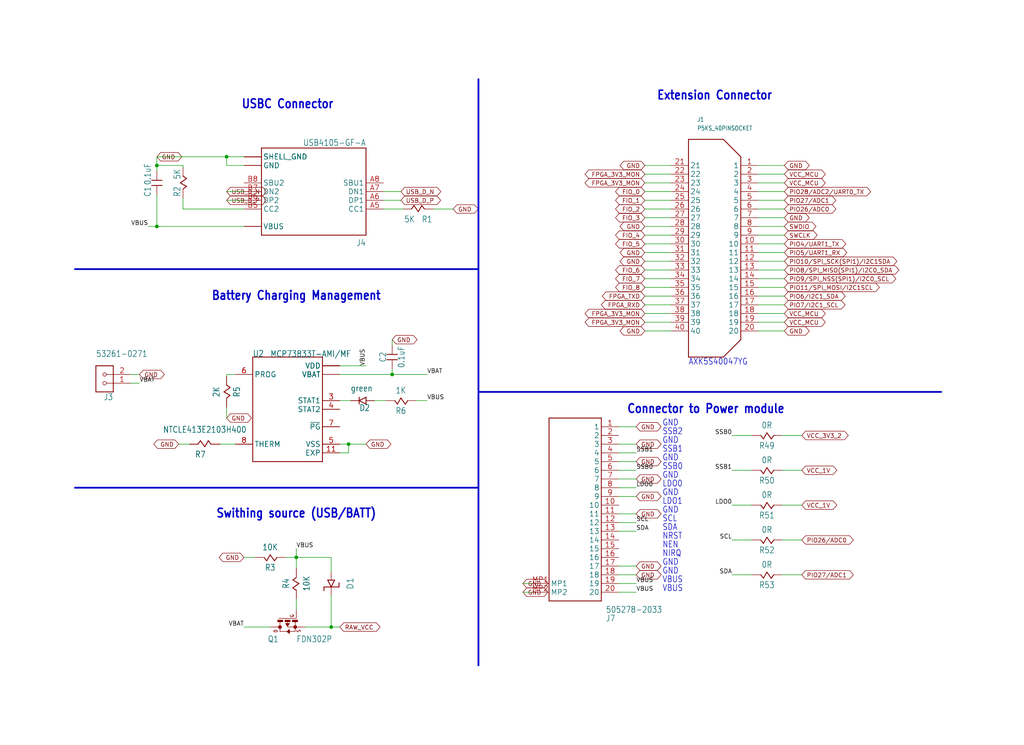
<source format=kicad_sch>
(kicad_sch (version 20250114) (generator "eeschema") (generator_version "9.0")
  (paper "User" 298.45 217.322)
  (lib_symbols
    (symbol "elasticnode_tiny-eagle-import:53261-0271_53261-0271"
      (property "Reference" "J" (at -2.5449 3.0539 0))
      (symbol "53261-0271_53261-0271_1_0"
        (polyline (pts (xy -2.54 2.54) (xy -2.54 -5.08)) (stroke (width 0.254)))
        (polyline (pts (xy -2.54 2.54) (xy 2.54 2.54)) (stroke (width 0.254)))
        (polyline (pts (xy -2.54 0) (xy -0.508 0)) (stroke (width 0.1524)))
        (polyline (pts (xy -2.54 -2.54) (xy -0.508 -2.54)) (stroke (width 0.1524)))
        (polyline (pts (xy -2.54 -5.08) (xy 2.54 -5.08)) (stroke (width 0.254)))
        (circle (center 0 0) (radius 0.508) (stroke (width 0.1524)))
        (circle (center 0 -2.54) (radius 0.508) (stroke (width 0.1524)))
        (polyline (pts (xy 2.54 -5.08) (xy 2.54 2.54)) (stroke (width 0.254)))
        (pin passive line (at -7.62 0 0) (length 5.08) (name "1") (number "1"))
        (pin passive line (at -7.62 -2.54 0) (length 5.08) (name "2") (number "2"))
      )
    )
    (symbol "elasticnode_tiny-eagle-import:connectors_505278-2033"
      (property "Reference" "J" (at 21.59 7.62 0))
      (symbol "connectors_505278-2033_1_0"
        (polyline (pts (xy 5.08 2.54) (xy 5.08 -50.8)) (stroke (width 0.254)))
        (polyline (pts (xy 5.08 2.54) (xy 20.32 2.54)) (stroke (width 0.254)))
        (polyline (pts (xy 20.32 -50.8) (xy 5.08 -50.8)) (stroke (width 0.254)))
        (polyline (pts (xy 20.32 -50.8) (xy 20.32 2.54)) (stroke (width 0.254)))
        (pin bidirectional line (at 0 0 0) (length 5.08) (name "MP2") (number "MP2"))
        (pin bidirectional line (at 0 -2.54 0) (length 5.08) (name "MP1") (number "MP1"))
        (pin bidirectional line (at 25.4 0 180) (length 5.08) (name "20") (number "20"))
        (pin bidirectional line (at 25.4 -2.54 180) (length 5.08) (name "19") (number "19"))
        (pin bidirectional line (at 25.4 -5.08 180) (length 5.08) (name "18") (number "18"))
        (pin bidirectional line (at 25.4 -7.62 180) (length 5.08) (name "17") (number "17"))
        (pin bidirectional line (at 25.4 -10.16 180) (length 5.08) (name "16") (number "16"))
        (pin bidirectional line (at 25.4 -12.7 180) (length 5.08) (name "15") (number "15"))
        (pin bidirectional line (at 25.4 -15.24 180) (length 5.08) (name "14") (number "14"))
        (pin bidirectional line (at 25.4 -17.78 180) (length 5.08) (name "13") (number "13"))
        (pin bidirectional line (at 25.4 -20.32 180) (length 5.08) (name "12") (number "12"))
        (pin bidirectional line (at 25.4 -22.86 180) (length 5.08) (name "11") (number "11"))
        (pin bidirectional line (at 25.4 -25.4 180) (length 5.08) (name "10") (number "10"))
        (pin bidirectional line (at 25.4 -27.94 180) (length 5.08) (name "9") (number "9"))
        (pin bidirectional line (at 25.4 -30.48 180) (length 5.08) (name "8") (number "8"))
        (pin bidirectional line (at 25.4 -33.02 180) (length 5.08) (name "7") (number "7"))
        (pin bidirectional line (at 25.4 -35.56 180) (length 5.08) (name "6") (number "6"))
        (pin bidirectional line (at 25.4 -38.1 180) (length 5.08) (name "5") (number "5"))
        (pin bidirectional line (at 25.4 -40.64 180) (length 5.08) (name "4") (number "4"))
        (pin bidirectional line (at 25.4 -43.18 180) (length 5.08) (name "3") (number "3"))
        (pin bidirectional line (at 25.4 -45.72 180) (length 5.08) (name "2") (number "2"))
        (pin bidirectional line (at 25.4 -48.26 180) (length 5.08) (name "1") (number "1"))
      )
    )
    (symbol "elasticnode_tiny-eagle-import:connectors_P5KS_40PINSOCKET"
      (property "Reference" "J" (at -7.62 7.62 0))
      (symbol "connectors_P5KS_40PINSOCKET_1_0"
        (polyline (pts (xy -7.62 2.54) (xy 2.54 2.54)) (stroke (width 0.254)))
        (polyline (pts (xy -7.62 -60.96) (xy -7.62 2.54)) (stroke (width 0.254)))
        (polyline (pts (xy 2.54 2.54) (xy 7.62 -2.54)) (stroke (width 0.254)))
        (polyline (pts (xy 2.54 -60.96) (xy -7.62 -60.96)) (stroke (width 0.254)))
        (polyline (pts (xy 7.62 -2.54) (xy 7.62 -55.88)) (stroke (width 0.254)))
        (polyline (pts (xy 7.62 -55.88) (xy 2.54 -60.96)) (stroke (width 0.254)))
        (pin bidirectional line (at -12.7 -5.08 0) (length 5.08) (name "21") (number "21"))
        (pin bidirectional line (at -12.7 -7.62 0) (length 5.08) (name "22") (number "22"))
        (pin bidirectional line (at -12.7 -10.16 0) (length 5.08) (name "23") (number "23"))
        (pin bidirectional line (at -12.7 -12.7 0) (length 5.08) (name "24") (number "24"))
        (pin bidirectional line (at -12.7 -15.24 0) (length 5.08) (name "25") (number "25"))
        (pin bidirectional line (at -12.7 -17.78 0) (length 5.08) (name "26") (number "26"))
        (pin bidirectional line (at -12.7 -20.32 0) (length 5.08) (name "27") (number "27"))
        (pin bidirectional line (at -12.7 -22.86 0) (length 5.08) (name "28") (number "28"))
        (pin bidirectional line (at -12.7 -25.4 0) (length 5.08) (name "29") (number "29"))
        (pin bidirectional line (at -12.7 -27.94 0) (length 5.08) (name "30") (number "30"))
        (pin bidirectional line (at -12.7 -30.48 0) (length 5.08) (name "31") (number "31"))
        (pin bidirectional line (at -12.7 -33.02 0) (length 5.08) (name "32") (number "32"))
        (pin bidirectional line (at -12.7 -35.56 0) (length 5.08) (name "33") (number "33"))
        (pin bidirectional line (at -12.7 -38.1 0) (length 5.08) (name "34") (number "34"))
        (pin bidirectional line (at -12.7 -40.64 0) (length 5.08) (name "35") (number "35"))
        (pin bidirectional line (at -12.7 -43.18 0) (length 5.08) (name "36") (number "36"))
        (pin bidirectional line (at -12.7 -45.72 0) (length 5.08) (name "37") (number "37"))
        (pin bidirectional line (at -12.7 -48.26 0) (length 5.08) (name "38") (number "38"))
        (pin bidirectional line (at -12.7 -50.8 0) (length 5.08) (name "39") (number "39"))
        (pin bidirectional line (at -12.7 -53.34 0) (length 5.08) (name "40") (number "40"))
        (pin bidirectional line (at 12.7 -5.08 180) (length 5.08) (name "1") (number "1"))
        (pin bidirectional line (at 12.7 -7.62 180) (length 5.08) (name "2") (number "2"))
        (pin bidirectional line (at 12.7 -10.16 180) (length 5.08) (name "3") (number "3"))
        (pin bidirectional line (at 12.7 -12.7 180) (length 5.08) (name "4") (number "4"))
        (pin bidirectional line (at 12.7 -15.24 180) (length 5.08) (name "5") (number "5"))
        (pin bidirectional line (at 12.7 -17.78 180) (length 5.08) (name "6") (number "6"))
        (pin bidirectional line (at 12.7 -20.32 180) (length 5.08) (name "7") (number "7"))
        (pin bidirectional line (at 12.7 -22.86 180) (length 5.08) (name "8") (number "8"))
        (pin bidirectional line (at 12.7 -25.4 180) (length 5.08) (name "9") (number "9"))
        (pin bidirectional line (at 12.7 -27.94 180) (length 5.08) (name "10") (number "10"))
        (pin bidirectional line (at 12.7 -30.48 180) (length 5.08) (name "11") (number "11"))
        (pin bidirectional line (at 12.7 -33.02 180) (length 5.08) (name "12") (number "12"))
        (pin bidirectional line (at 12.7 -35.56 180) (length 5.08) (name "13") (number "13"))
        (pin bidirectional line (at 12.7 -38.1 180) (length 5.08) (name "14") (number "14"))
        (pin bidirectional line (at 12.7 -40.64 180) (length 5.08) (name "15") (number "15"))
        (pin bidirectional line (at 12.7 -43.18 180) (length 5.08) (name "16") (number "16"))
        (pin bidirectional line (at 12.7 -45.72 180) (length 5.08) (name "17") (number "17"))
        (pin bidirectional line (at 12.7 -48.26 180) (length 5.08) (name "18") (number "18"))
        (pin bidirectional line (at 12.7 -50.8 180) (length 5.08) (name "19") (number "19"))
        (pin bidirectional line (at 12.7 -53.34 180) (length 5.08) (name "20") (number "20"))
      )
    )
    (symbol "elasticnode_tiny-eagle-import:connectors_USB4105-GF-A"
      (property "Reference" "J" (at -15.24 13.97 0))
      (symbol "connectors_USB4105-GF-A_1_0"
        (polyline (pts (xy -15.24 12.7) (xy 15.24 12.7)) (stroke (width 0.254)))
        (polyline (pts (xy -15.24 -12.7) (xy -15.24 12.7)) (stroke (width 0.254)))
        (polyline (pts (xy 15.24 12.7) (xy 15.24 -12.7)) (stroke (width 0.254)))
        (polyline (pts (xy 15.24 -12.7) (xy -15.24 -12.7)) (stroke (width 0.254)))
        (pin bidirectional line (at -20.32 5.08 0) (length 5.08) (name "CC1") (number "A5"))
        (pin bidirectional line (at -20.32 2.54 0) (length 5.08) (name "DP1") (number "A6"))
        (pin bidirectional line (at -20.32 0 0) (length 5.08) (name "DN1") (number "A7"))
        (pin bidirectional line (at -20.32 -2.54 0) (length 5.08) (name "SBU1") (number "A8"))
        (pin power_in line (at 20.32 10.16 180) (length 5.08) (name "VBUS") (number "A4_B9"))
        (pin power_in line (at 20.32 10.16 180) (length 5.08) (name "VBUS") (number "B4_A9"))
        (pin bidirectional line (at 20.32 5.08 180) (length 5.08) (name "CC2") (number "B5"))
        (pin bidirectional line (at 20.32 2.54 180) (length 5.08) (name "DP2") (number "B6"))
        (pin bidirectional line (at 20.32 0 180) (length 5.08) (name "DN2") (number "B7"))
        (pin bidirectional line (at 20.32 -2.54 180) (length 5.08) (name "SBU2") (number "B8"))
        (pin power_in line (at 20.32 -7.62 180) (length 5.08) (name "GND") (number "A1_B12"))
        (pin power_in line (at 20.32 -7.62 180) (length 5.08) (name "GND") (number "B1_A12"))
        (pin power_in line (at 20.32 -10.16 180) (length 5.08) (name "SHELL_GND") (number "S1"))
        (pin power_in line (at 20.32 -10.16 180) (length 5.08) (name "SHELL_GND") (number "S2"))
        (pin power_in line (at 20.32 -10.16 180) (length 5.08) (name "SHELL_GND") (number "S3"))
        (pin power_in line (at 20.32 -10.16 180) (length 5.08) (name "SHELL_GND") (number "S4"))
      )
    )
    (symbol "elasticnode_tiny-eagle-import:diodes_SCHOTTKY_DIODEB5817W"
      (property "Reference" "D" (at 0 4.54 0))
      (symbol "diodes_SCHOTTKY_DIODEB5817W_1_0"
        (polyline (pts (xy -1 1) (xy -1 -1)) (stroke (width 0.254)))
        (polyline (pts (xy -1 -1) (xy 1 0)) (stroke (width 0.254)))
        (polyline (pts (xy 1 2.3) (xy -0.2 2.3)) (stroke (width 0.254)))
        (polyline (pts (xy 1 0) (xy -1 1)) (stroke (width 0.254)))
        (polyline (pts (xy 1 0) (xy 1 2.3)) (stroke (width 0.254)))
        (polyline (pts (xy 1 0) (xy 1 -2.1)) (stroke (width 0.254)))
        (polyline (pts (xy 1 -2.1) (xy 2.1 -2.1)) (stroke (width 0.254)))
        (pin bidirectional line (at -3.46 0 0) (length 2.54) (name "A") (number "2"))
        (pin bidirectional line (at 3.46 0 180) (length 2.54) (name "C") (number "1"))
      )
    )
    (symbol "elasticnode_tiny-eagle-import:opto_LED0402"
      (property "Reference" "D" (at -3 2 0))
      (symbol "opto_LED0402_1_0"
        (polyline (pts (xy -1 1) (xy -1 -1)) (stroke (width 0.254)))
        (polyline (pts (xy -1 -1) (xy 1 0)) (stroke (width 0.254)))
        (polyline (pts (xy 1 1) (xy 1 0)) (stroke (width 0.254)))
        (polyline (pts (xy 1 0) (xy -1 1)) (stroke (width 0.254)))
        (polyline (pts (xy 1 0) (xy 1 -1)) (stroke (width 0.254)))
        (pin bidirectional line (at -3.46 0 0) (length 2.54) (name "1") (number "1"))
        (pin bidirectional line (at 3.46 0 180) (length 2.54) (name "2") (number "2"))
      )
    )
    (symbol "elasticnode_tiny-eagle-import:passive_CAPACITOR0402"
      (property "Reference" "C" (at 0 1.714 0))
      (symbol "passive_CAPACITOR0402_1_0"
        (polyline (pts (xy -0.762 1.524) (xy -0.762 -1.524)) (stroke (width 0.254)))
        (polyline (pts (xy 0.762 -1.524) (xy 0.762 1.524)) (stroke (width 0.254)))
        (pin bidirectional line (at -3.46 0 0) (length 2.54) (name "P$1") (number "1"))
        (pin bidirectional line (at 3.46 0 180) (length 2.54) (name "P$2") (number "2"))
      )
    )
    (symbol "elasticnode_tiny-eagle-import:passive_CAPACITOR0805"
      (property "Reference" "C" (at 0 1.714 0))
      (symbol "passive_CAPACITOR0805_1_0"
        (polyline (pts (xy -0.762 1.524) (xy -0.762 -1.524)) (stroke (width 0.254)))
        (polyline (pts (xy 0.762 -1.524) (xy 0.762 1.524)) (stroke (width 0.254)))
        (pin bidirectional line (at -3.46 0 0) (length 2.54) (name "P$1") (number "1"))
        (pin bidirectional line (at 3.46 0 180) (length 2.54) (name "P$2") (number "2"))
      )
    )
    (symbol "elasticnode_tiny-eagle-import:passive_RESISTORSMD_0402"
      (property "Reference" "R" (at 0 2 0))
      (symbol "passive_RESISTORSMD_0402_1_0"
        (polyline (pts (xy -2 0) (xy -1.27 1.016)) (stroke (width 0.254)))
        (polyline (pts (xy -1.27 1.016) (xy 0 -0.762)) (stroke (width 0.254)))
        (polyline (pts (xy 0 -0.762) (xy 1.016 1.016)) (stroke (width 0.254)))
        (polyline (pts (xy 1.016 1.016) (xy 1.778 0)) (stroke (width 0.254)))
        (pin bidirectional line (at -4.46 0 0) (length 2.54) (name "1") (number "1"))
        (pin bidirectional line (at 4.46 0 180) (length 2.54) (name "2") (number "2"))
      )
    )
    (symbol "elasticnode_tiny-eagle-import:passive_RESISTORTHT_THERMAL"
      (property "Reference" "R" (at 0 2 0))
      (symbol "passive_RESISTORTHT_THERMAL_1_0"
        (polyline (pts (xy -2 0) (xy -1.27 1.016)) (stroke (width 0.254)))
        (polyline (pts (xy -1.27 1.016) (xy 0 -0.762)) (stroke (width 0.254)))
        (polyline (pts (xy 0 -0.762) (xy 1.016 1.016)) (stroke (width 0.254)))
        (polyline (pts (xy 1.016 1.016) (xy 1.778 0)) (stroke (width 0.254)))
        (pin bidirectional line (at -4.46 0 0) (length 2.54) (name "1") (number "P$1"))
        (pin bidirectional line (at 4.46 0 180) (length 2.54) (name "2") (number "P$2"))
      )
    )
    (symbol "elasticnode_tiny-eagle-import:power_MCP73833T-AMI/MF"
      (property "Reference" "U" (at -10.1768 15.2652 0))
      (symbol "power_MCP73833T-AMI/MF_1_0"
        (polyline (pts (xy -10.16 15.24) (xy 10.16 15.24)) (stroke (width 0.254)))
        (polyline (pts (xy -10.16 -15.24) (xy -10.16 15.24)) (stroke (width 0.254)))
        (polyline (pts (xy 10.16 15.24) (xy 10.16 -15.24)) (stroke (width 0.254)))
        (polyline (pts (xy 10.16 -15.24) (xy -10.16 -15.24)) (stroke (width 0.254)))
        (pin bidirectional line (at -15.24 10.16 0) (length 5.08) (name "PROG") (number "6"))
        (pin bidirectional line (at -15.24 -10.16 0) (length 5.08) (name "THERM") (number "8"))
        (pin bidirectional line (at 15.24 12.7 180) (length 5.08) (name "VDD") (number "1"))
        (pin bidirectional line (at 15.24 12.7 180) (length 5.08) (name "VDD") (number "2"))
        (pin bidirectional line (at 15.24 10.16 180) (length 5.08) (name "VBAT") (number "10"))
        (pin bidirectional line (at 15.24 10.16 180) (length 5.08) (name "VBAT") (number "9"))
        (pin bidirectional line (at 15.24 2.54 180) (length 5.08) (name "STAT1") (number "3"))
        (pin bidirectional line (at 15.24 0 180) (length 5.08) (name "STAT2") (number "4"))
        (pin bidirectional line (at 15.24 -5.08 180) (length 5.08) (name "~{PG}") (number "7"))
        (pin bidirectional line (at 15.24 -10.16 180) (length 5.08) (name "VSS") (number "5"))
        (pin bidirectional line (at 15.24 -12.7 180) (length 5.08) (name "EXP") (number "11"))
      )
    )
    (symbol "elasticnode_tiny-eagle-import:transistor_402_FDN302P"
      (property "Reference" "Q" (at 2.5427 0 0))
      (symbol "transistor_402_FDN302P_1_0"
        (polyline (pts (xy -2.54 -2.54) (xy -2.54 2.54)) (stroke (width 0.1524)))
        (rectangle (start -2.0358 -2.9265) (end -1.524 -1.397) (fill (type outline)))
        (rectangle (start -2.0337 1.3982) (end -1.524 2.9209) (fill (type outline)))
        (rectangle (start -2.0323 -0.7621) (end -1.524 0.762) (fill (type outline)))
        (polyline (pts (xy -1.905 -2.2225) (xy 0 -2.2225)) (stroke (width 0.1524)))
        (polyline (pts (xy -1.5875 2.2225) (xy 0 2.2225)) (stroke (width 0.1524)))
        (polyline (pts (xy -1.0795 0) (xy -1.905 0)) (stroke (width 0.1524)))
        (polyline (pts (xy -0.0635 0) (xy -1.0795 0.635) (xy -1.0795 -0.635)) (stroke (width 0.1016)) (fill (type outline)))
        (polyline (pts (xy 0 2.54) (xy 0 2.2225)) (stroke (width 0.1524)))
        (circle (center 0 2.2225) (radius 0.127) (stroke (width 0.4064)))
        (polyline (pts (xy 0 2.2225) (xy 1.27 2.2225)) (stroke (width 0.1524)))
        (polyline (pts (xy 0 0) (xy 0 -2.2225)) (stroke (width 0.1524)))
        (polyline (pts (xy 0 -2.2225) (xy 0 -2.54)) (stroke (width 0.1524)))
        (circle (center 0 -2.2225) (radius 0.127) (stroke (width 0.4064)))
        (polyline (pts (xy 1.27 2.2225) (xy 1.27 -2.2225)) (stroke (width 0.1524)))
        (polyline (pts (xy 1.27 0.3175) (xy 1.778 -0.4445) (xy 0.762 -0.4445)) (stroke (width 0.1524)) (fill (type outline)))
        (polyline (pts (xy 1.27 -2.2225) (xy 0 -2.2225)) (stroke (width 0.1524)))
        (rectangle (start 1.778 -0.3174) (end 0.7632 -0.5723) (fill (type outline)))
        (text "G" (at -3.8139 -1.9069 0) (effects (font (size 1.017 0.8644)) (justify left bottom)))
        (text "D" (at 0.6357 2.8607 0) (effects (font (size 1.0171 0.8645)) (justify left bottom)))
        (text "S" (at 0.636 -3.8164 0) (effects (font (size 1.0177 0.865)) (justify left bottom)))
        (pin passive line (at -5.08 -2.54 0) (length 2.54) (name "G") (number "1"))
        (pin passive line (at 0 5.08 270) (length 2.54) (name "D") (number "3"))
        (pin passive line (at 0 -5.08 90) (length 2.54) (name "S") (number "2"))
      )
    )
  )
  (text "AXK5S40047YG" (at 200.66 106.68 0) (effects (font (size 1.778 1.5113)) (justify left bottom)))
  (text "GND" (at 193.04 134.62 0) (effects (font (size 1.778 1.5113)) (justify left bottom)))
  (text "Swithing source (USB/BATT)" (at 86.36 149.86 0) (effects (font (size 2.54 2.159) (thickness 0.4318) (bold yes))))
  (text "Extension Connector" (at 208.28 27.94 0) (effects (font (size 2.54 2.159) (thickness 0.4318) (bold yes))))
  (text "GND" (at 193.04 144.78 0) (effects (font (size 1.778 1.5113)) (justify left bottom)))
  (text "GND" (at 193.04 165.1 0) (effects (font (size 1.778 1.5113)) (justify left bottom)))
  (text "GND" (at 193.04 149.86 0) (effects (font (size 1.778 1.5113)) (justify left bottom)))
  (text "VBUS" (at 193.04 172.72 0) (effects (font (size 1.778 1.5113)) (justify left bottom)))
  (text "GND" (at 193.04 129.54 0) (effects (font (size 1.778 1.5113)) (justify left bottom)))
  (text "GND" (at 193.04 124.46 0) (effects (font (size 1.778 1.5113)) (justify left bottom)))
  (text "Battery Charging Management" (at 86.36 86.36 0) (effects (font (size 2.54 2.159) (thickness 0.4318) (bold yes))))
  (text "NRST" (at 193.04 157.48 0) (effects (font (size 1.778 1.5113)) (justify left bottom)))
  (text "SSB2" (at 193.04 127 0) (effects (font (size 1.778 1.5113)) (justify left bottom)))
  (text "LDO1" (at 193.04 147.32 0) (effects (font (size 1.778 1.5113)) (justify left bottom)))
  (text "GND" (at 193.04 139.7 0) (effects (font (size 1.778 1.5113)) (justify left bottom)))
  (text "SSB1" (at 193.04 132.08 0) (effects (font (size 1.778 1.5113)) (justify left bottom)))
  (text "USBC Connector" (at 83.82 30.48 0) (effects (font (size 2.54 2.159) (thickness 0.4318) (bold yes))))
  (text "Connector to Power module" (at 205.74 119.38 0) (effects (font (size 2.54 2.159) (thickness 0.4318) (bold yes))))
  (text "SDA" (at 193.04 154.94 0) (effects (font (size 1.778 1.5113)) (justify left bottom)))
  (text "SSB0" (at 193.04 137.16 0) (effects (font (size 1.778 1.5113)) (justify left bottom)))
  (text "NEN" (at 193.04 160.02 0) (effects (font (size 1.778 1.5113)) (justify left bottom)))
  (text "SCL" (at 193.04 152.4 0) (effects (font (size 1.778 1.5113)) (justify left bottom)))
  (text "GND" (at 193.04 167.64 0) (effects (font (size 1.778 1.5113)) (justify left bottom)))
  (text "LDO0" (at 193.04 142.24 0) (effects (font (size 1.778 1.5113)) (justify left bottom)))
  (text "NIRQ" (at 193.04 162.56 0) (effects (font (size 1.778 1.5113)) (justify left bottom)))
  (text "VBUS" (at 193.04 170.18 0) (effects (font (size 1.778 1.5113)) (justify left bottom)))
  (junction (at 45.72 48.26))
  (junction (at 86.36 162.56))
  (junction (at 96.52 182.88))
  (junction (at 101.6 129.54))
  (junction (at 114.3 109.22))
  (junction (at 45.72 66.04))
  (junction (at 66.04 45.72))
  (wire (pts (xy 195.58 68.58) (xy 187.96 68.58)) (stroke (width 0.1524)))
  (wire (pts (xy 180.34 129.54) (xy 185.42 129.54)) (stroke (width 0.1524)))
  (wire (pts (xy 180.34 149.86) (xy 185.42 149.86)) (stroke (width 0.1524)))
  (wire (pts (xy 195.58 58.42) (xy 187.96 58.42)) (stroke (width 0.1524)))
  (wire (pts (xy 38.1 111.76) (xy 40.64 111.76)) (stroke (width 0.1524)))
  (wire (pts (xy 101.6 132.08) (xy 101.6 129.54)) (stroke (width 0.1524)))
  (wire (pts (xy 185.42 170.18) (xy 180.34 170.18)) (stroke (width 0.1524)))
  (wire (pts (xy 185.42 165.1) (xy 180.34 165.1)) (stroke (width 0.1524)))
  (wire (pts (xy 228.6 88.9) (xy 220.98 88.9)) (stroke (width 0.1524)))
  (wire (pts (xy 220.98 48.26) (xy 228.6 48.26)) (stroke (width 0.1524)))
  (wire (pts (xy 66.04 48.26) (xy 66.04 45.72)) (stroke (width 0.1524)))
  (wire (pts (xy 185.42 167.64) (xy 180.34 167.64)) (stroke (width 0.1524)))
  (wire (pts (xy 126.38 60.96) (xy 132.08 60.96)) (stroke (width 0.1524)))
  (wire (pts (xy 228.6 58.42) (xy 220.98 58.42)) (stroke (width 0.1524)))
  (wire (pts (xy 195.58 48.26) (xy 187.96 48.26)) (stroke (width 0.1524)))
  (wire (pts (xy 180.34 142.24) (xy 185.42 142.24)) (stroke (width 0.1524)))
  (wire (pts (xy 220.98 96.52) (xy 228.6 96.52)) (stroke (width 0.1524)))
  (polyline (pts (xy 274.32 114.3) (xy 139.7 114.3)) (stroke (width 0.508) (type solid)))
  (wire (pts (xy 114.3 107.6) (xy 114.3 109.22)) (stroke (width 0.1524)))
  (wire (pts (xy 195.58 93.98) (xy 187.96 93.98)) (stroke (width 0.1524)))
  (polyline (pts (xy 21.844 78.486) (xy 139.192 78.486)) (stroke (width 0.508) (type solid)))
  (wire (pts (xy 180.34 124.46) (xy 185.42 124.46)) (stroke (width 0.1524)))
  (wire (pts (xy 111.76 55.88) (xy 116.84 55.88)) (stroke (width 0.1524)))
  (wire (pts (xy 64.15 129.54) (xy 68.58 129.54)) (stroke (width 0.1524)))
  (wire (pts (xy 53.34 60.96) (xy 53.34 57.8)) (stroke (width 0.1524)))
  (wire (pts (xy 219.06 147.32) (xy 213.36 147.32)) (stroke (width 0.1524)))
  (wire (pts (xy 53.34 48.26) (xy 45.72 48.26)) (stroke (width 0.1524)))
  (wire (pts (xy 96.52 162.56) (xy 86.36 162.56)) (stroke (width 0.1524)))
  (wire (pts (xy 109.14 116.84) (xy 112.38 116.84)) (stroke (width 0.1524)))
  (wire (pts (xy 99.06 106.68) (xy 106.68 106.68)) (stroke (width 0.1524)))
  (wire (pts (xy 228.6 60.96) (xy 220.98 60.96)) (stroke (width 0.1524)))
  (wire (pts (xy 154.94 170.18) (xy 152.4 170.18)) (stroke (width 0.1524)))
  (wire (pts (xy 220.98 68.58) (xy 228.6 68.58)) (stroke (width 0.1524)))
  (wire (pts (xy 86.36 165.72) (xy 86.36 162.56)) (stroke (width 0.1524)))
  (wire (pts (xy 220.98 71.12) (xy 228.6 71.12)) (stroke (width 0.1524)))
  (wire (pts (xy 220.98 53.34) (xy 228.6 53.34)) (stroke (width 0.1524)))
  (wire (pts (xy 195.58 88.9) (xy 187.96 88.9)) (stroke (width 0.1524)))
  (wire (pts (xy 180.34 137.16) (xy 185.42 137.16)) (stroke (width 0.1524)))
  (wire (pts (xy 45.72 56.8) (xy 45.72 66.04)) (stroke (width 0.1524)))
  (wire (pts (xy 195.58 53.34) (xy 187.96 53.34)) (stroke (width 0.1524)))
  (wire (pts (xy 220.98 50.8) (xy 228.6 50.8)) (stroke (width 0.1524)))
  (wire (pts (xy 96.52 182.88) (xy 99.06 182.88)) (stroke (width 0.1524)))
  (wire (pts (xy 114.3 100.68) (xy 114.3 99.06)) (stroke (width 0.1524)))
  (wire (pts (xy 227.98 167.64) (xy 233.68 167.64)) (stroke (width 0.1524)))
  (wire (pts (xy 213.36 157.48) (xy 219.06 157.48)) (stroke (width 0.1524)))
  (wire (pts (xy 180.34 144.78) (xy 185.42 144.78)) (stroke (width 0.1524)))
  (wire (pts (xy 71.12 55.88) (xy 66.04 55.88)) (stroke (width 0.1524)))
  (wire (pts (xy 195.58 91.44) (xy 187.96 91.44)) (stroke (width 0.1524)))
  (wire (pts (xy 195.58 71.12) (xy 187.96 71.12)) (stroke (width 0.1524)))
  (wire (pts (xy 71.12 48.26) (xy 66.04 48.26)) (stroke (width 0.1524)))
  (wire (pts (xy 55.23 129.54) (xy 52.07 129.54)) (stroke (width 0.1524)))
  (wire (pts (xy 96.52 182.88) (xy 96.52 173.64)) (stroke (width 0.1524)))
  (wire (pts (xy 99.06 109.22) (xy 114.3 109.22)) (stroke (width 0.1524)))
  (wire (pts (xy 111.76 58.42) (xy 116.84 58.42)) (stroke (width 0.1524)))
  (wire (pts (xy 45.72 45.72) (xy 66.04 45.72)) (stroke (width 0.1524)))
  (wire (pts (xy 228.6 93.98) (xy 220.98 93.98)) (stroke (width 0.1524)))
  (wire (pts (xy 154.94 172.72) (xy 152.4 172.72)) (stroke (width 0.1524)))
  (wire (pts (xy 66.04 118.76) (xy 66.04 121.92)) (stroke (width 0.1524)))
  (wire (pts (xy 195.58 76.2) (xy 187.96 76.2)) (stroke (width 0.1524)))
  (wire (pts (xy 71.12 66.04) (xy 45.72 66.04)) (stroke (width 0.1524)))
  (wire (pts (xy 227.98 137.16) (xy 233.68 137.16)) (stroke (width 0.1524)))
  (wire (pts (xy 53.34 60.96) (xy 71.12 60.96)) (stroke (width 0.1524)))
  (wire (pts (xy 88.9 182.88) (xy 96.52 182.88)) (stroke (width 0.1524)))
  (wire (pts (xy 195.58 60.96) (xy 187.96 60.96)) (stroke (width 0.1524)))
  (wire (pts (xy 195.58 73.66) (xy 187.96 73.66)) (stroke (width 0.1524)))
  (wire (pts (xy 180.34 154.94) (xy 185.42 154.94)) (stroke (width 0.1524)))
  (wire (pts (xy 220.98 73.66) (xy 228.6 73.66)) (stroke (width 0.1524)))
  (wire (pts (xy 195.58 63.5) (xy 187.96 63.5)) (stroke (width 0.1524)))
  (wire (pts (xy 99.06 132.08) (xy 101.6 132.08)) (stroke (width 0.1524)))
  (wire (pts (xy 180.34 134.62) (xy 185.42 134.62)) (stroke (width 0.1524)))
  (wire (pts (xy 111.76 60.96) (xy 117.46 60.96)) (stroke (width 0.1524)))
  (wire (pts (xy 71.12 58.42) (xy 66.04 58.42)) (stroke (width 0.1524)))
  (wire (pts (xy 195.58 55.88) (xy 187.96 55.88)) (stroke (width 0.1524)))
  (polyline (pts (xy 139.446 23.114) (xy 139.446 194.056)) (stroke (width 0.508) (type solid)))
  (wire (pts (xy 219.06 127) (xy 213.36 127)) (stroke (width 0.1524)))
  (wire (pts (xy 101.6 129.54) (xy 106.68 129.54)) (stroke (width 0.1524)))
  (wire (pts (xy 195.58 50.8) (xy 187.96 50.8)) (stroke (width 0.1524)))
  (wire (pts (xy 195.58 96.52) (xy 187.96 96.52)) (stroke (width 0.1524)))
  (wire (pts (xy 45.72 49.88) (xy 45.72 48.26)) (stroke (width 0.1524)))
  (wire (pts (xy 213.36 167.64) (xy 219.06 167.64)) (stroke (width 0.1524)))
  (wire (pts (xy 227.98 127) (xy 233.68 127)) (stroke (width 0.1524)))
  (wire (pts (xy 180.34 152.4) (xy 185.42 152.4)) (stroke (width 0.1524)))
  (wire (pts (xy 78.74 182.88) (xy 71.12 182.88)) (stroke (width 0.1524)))
  (wire (pts (xy 86.36 160.02) (xy 86.36 162.56)) (stroke (width 0.1524)))
  (wire (pts (xy 228.6 91.44) (xy 220.98 91.44)) (stroke (width 0.1524)))
  (wire (pts (xy 185.42 172.72) (xy 180.34 172.72)) (stroke (width 0.1524)))
  (wire (pts (xy 220.98 66.04) (xy 228.6 66.04)) (stroke (width 0.1524)))
  (wire (pts (xy 86.36 177.8) (xy 86.36 174.64)) (stroke (width 0.1524)))
  (wire (pts (xy 220.98 55.88) (xy 228.6 55.88)) (stroke (width 0.1524)))
  (wire (pts (xy 219.06 137.16) (xy 213.36 137.16)) (stroke (width 0.1524)))
  (wire (pts (xy 53.34 48.88) (xy 53.34 48.26)) (stroke (width 0.1524)))
  (wire (pts (xy 228.6 86.36) (xy 220.98 86.36)) (stroke (width 0.1524)))
  (wire (pts (xy 227.98 147.32) (xy 233.68 147.32)) (stroke (width 0.1524)))
  (wire (pts (xy 99.06 129.54) (xy 101.6 129.54)) (stroke (width 0.1524)))
  (wire (pts (xy 96.52 166.72) (xy 96.52 162.56)) (stroke (width 0.1524)))
  (wire (pts (xy 195.58 81.28) (xy 187.96 81.28)) (stroke (width 0.1524)))
  (wire (pts (xy 180.34 139.7) (xy 185.42 139.7)) (stroke (width 0.1524)))
  (wire (pts (xy 195.58 83.82) (xy 187.96 83.82)) (stroke (width 0.1524)))
  (wire (pts (xy 38.1 109.22) (xy 40.64 109.22)) (stroke (width 0.1524)))
  (wire (pts (xy 99.06 116.84) (xy 102.22 116.84)) (stroke (width 0.1524)))
  (wire (pts (xy 220.98 63.5) (xy 228.6 63.5)) (stroke (width 0.1524)))
  (wire (pts (xy 220.98 83.82) (xy 228.6 83.82)) (stroke (width 0.1524)))
  (wire (pts (xy 195.58 86.36) (xy 187.96 86.36)) (stroke (width 0.1524)))
  (wire (pts (xy 114.3 109.22) (xy 124.46 109.22)) (stroke (width 0.1524)))
  (wire (pts (xy 74.28 162.56) (xy 71.12 162.56)) (stroke (width 0.1524)))
  (wire (pts (xy 180.34 132.08) (xy 185.42 132.08)) (stroke (width 0.1524)))
  (wire (pts (xy 220.98 81.28) (xy 228.6 81.28)) (stroke (width 0.1524)))
  (polyline (pts (xy 139.192 142.24) (xy 21.844 142.24)) (stroke (width 0.508) (type solid)))
  (wire (pts (xy 195.58 78.74) (xy 187.96 78.74)) (stroke (width 0.1524)))
  (wire (pts (xy 227.98 157.48) (xy 233.68 157.48)) (stroke (width 0.1524)))
  (wire (pts (xy 220.98 76.2) (xy 228.6 76.2)) (stroke (width 0.1524)))
  (wire (pts (xy 45.72 48.26) (xy 45.72 45.72)) (stroke (width 0.1524)))
  (wire (pts (xy 86.36 162.56) (xy 83.2 162.56)) (stroke (width 0.1524)))
  (wire (pts (xy 121.3 116.84) (xy 124.46 116.84)) (stroke (width 0.1524)))
  (wire (pts (xy 66.04 109.22) (xy 68.58 109.22)) (stroke (width 0.1524)))
  (wire (pts (xy 195.58 66.04) (xy 187.96 66.04)) (stroke (width 0.1524)))
  (wire (pts (xy 220.98 78.74) (xy 228.6 78.74)) (stroke (width 0.1524)))
  (wire (pts (xy 66.04 109.84) (xy 66.04 109.22)) (stroke (width 0.1524)))
  (wire (pts (xy 71.12 45.72) (xy 66.04 45.72)) (stroke (width 0.1524)))
  (wire (pts (xy 45.72 66.04) (xy 43.18 66.04)) (stroke (width 0.1524)))
  (label "VBUS" (at 185.42 170.18 0) (effects (font (size 1.2446 1.2446))))
  (label "SSB0" (at 185.42 137.16 0) (effects (font (size 1.2446 1.2446))))
  (label "VBUS" (at 106.68 106.68 90) (effects (font (size 1.2446 1.2446))))
  (label "SSB1" (at 213.36 137.16 180) (effects (font (size 1.2446 1.2446))))
  (label "VBUS" (at 185.42 172.72 0) (effects (font (size 1.2446 1.2446))))
  (label "SCL" (at 213.36 157.48 180) (effects (font (size 1.2446 1.2446))))
  (label "VBAT" (at 40.64 111.76 0) (effects (font (size 1.2446 1.2446))))
  (label "VBUS" (at 43.18 66.04 180) (effects (font (size 1.2446 1.2446))))
  (label "VBAT" (at 71.12 182.88 180) (effects (font (size 1.2446 1.2446))))
  (label "SSB1" (at 185.42 132.08 0) (effects (font (size 1.2446 1.2446))))
  (label "SSB0" (at 213.36 127 180) (effects (font (size 1.2446 1.2446))))
  (label "SDA" (at 213.36 167.64 180) (effects (font (size 1.2446 1.2446))))
  (label "SDA" (at 185.42 154.94 0) (effects (font (size 1.2446 1.2446))))
  (label "VBAT" (at 124.46 109.22 0) (effects (font (size 1.2446 1.2446))))
  (label "LDO0" (at 213.36 147.32 180) (effects (font (size 1.2446 1.2446))))
  (label "LDO0" (at 185.42 142.24 0) (effects (font (size 1.2446 1.2446))))
  (label "VBUS" (at 86.36 160.02 0) (effects (font (size 1.2446 1.2446))))
  (label "VBUS" (at 124.46 116.84 0) (effects (font (size 1.2446 1.2446))))
  (label "SCL" (at 185.42 152.4 0) (effects (font (size 1.2446 1.2446))))
  (global_label "FIO_0" (shape bidirectional) (at 187.96 55.88 180) (effects (font (size 1.2446 1.2446))) (property "Intersheetrefs" "${INTERSHEET_REFS}" (effects (hide yes))))
  (global_label "SWCLK" (shape bidirectional) (at 228.6 68.58 0) (effects (font (size 1.2446 1.2446))) (property "Intersheetrefs" "${INTERSHEET_REFS}" (effects (hide yes))))
  (global_label "GND" (shape bidirectional) (at 187.96 96.52 180) (effects (font (size 1.2446 1.2446))) (property "Intersheetrefs" "${INTERSHEET_REFS}" (effects (hide yes))))
  (global_label "FIO_1" (shape bidirectional) (at 187.96 58.42 180) (effects (font (size 1.2446 1.2446))) (property "Intersheetrefs" "${INTERSHEET_REFS}" (effects (hide yes))))
  (global_label "GND" (shape bidirectional) (at 228.6 48.26 0) (effects (font (size 1.2446 1.2446))) (property "Intersheetrefs" "${INTERSHEET_REFS}" (effects (hide yes))))
  (global_label "PIO5/UART1_RX" (shape bidirectional) (at 228.6 73.66 0) (effects (font (size 1.2446 1.2446))) (property "Intersheetrefs" "${INTERSHEET_REFS}" (effects (hide yes))))
  (global_label "GND" (shape bidirectional) (at 52.07 129.54 180) (effects (font (size 1.2446 1.2446))) (property "Intersheetrefs" "${INTERSHEET_REFS}" (effects (hide yes))))
  (global_label "FIO_4" (shape bidirectional) (at 187.96 68.58 180) (effects (font (size 1.2446 1.2446))) (property "Intersheetrefs" "${INTERSHEET_REFS}" (effects (hide yes))))
  (global_label "GND" (shape bidirectional) (at 71.12 162.56 180) (effects (font (size 1.2446 1.2446))) (property "Intersheetrefs" "${INTERSHEET_REFS}" (effects (hide yes))))
  (global_label "FIO_2" (shape bidirectional) (at 187.96 60.96 180) (effects (font (size 1.2446 1.2446))) (property "Intersheetrefs" "${INTERSHEET_REFS}" (effects (hide yes))))
  (global_label "FIO_7" (shape bidirectional) (at 187.96 81.28 180) (effects (font (size 1.2446 1.2446))) (property "Intersheetrefs" "${INTERSHEET_REFS}" (effects (hide yes))))
  (global_label "GND" (shape bidirectional) (at 45.72 45.72 0) (effects (font (size 1.2446 1.2446))) (property "Intersheetrefs" "${INTERSHEET_REFS}" (effects (hide yes))))
  (global_label "PIO9/SPI_NSS(SPI1)/I2C0_SCL" (shape bidirectional) (at 228.6 81.28 0) (effects (font (size 1.2446 1.2446))) (property "Intersheetrefs" "${INTERSHEET_REFS}" (effects (hide yes))))
  (global_label "GND" (shape bidirectional) (at 185.42 134.62 0) (effects (font (size 1.2446 1.2446))) (property "Intersheetrefs" "${INTERSHEET_REFS}" (effects (hide yes))))
  (global_label "VCC_MCU" (shape bidirectional) (at 228.6 53.34 0) (effects (font (size 1.2446 1.2446))) (property "Intersheetrefs" "${INTERSHEET_REFS}" (effects (hide yes))))
  (global_label "VCC_MCU" (shape bidirectional) (at 228.6 91.44 0) (effects (font (size 1.2446 1.2446))) (property "Intersheetrefs" "${INTERSHEET_REFS}" (effects (hide yes))))
  (global_label "SWDIO" (shape bidirectional) (at 228.6 66.04 0) (effects (font (size 1.2446 1.2446))) (property "Intersheetrefs" "${INTERSHEET_REFS}" (effects (hide yes))))
  (global_label "PIO26/ADC0" (shape bidirectional) (at 233.68 157.48 0) (effects (font (size 1.2446 1.2446))) (property "Intersheetrefs" "${INTERSHEET_REFS}" (effects (hide yes))))
  (global_label "PIO4/UART1_TX" (shape bidirectional) (at 228.6 71.12 0) (effects (font (size 1.2446 1.2446))) (property "Intersheetrefs" "${INTERSHEET_REFS}" (effects (hide yes))))
  (global_label "GND" (shape bidirectional) (at 152.4 172.72 0) (effects (font (size 1.2446 1.2446))) (property "Intersheetrefs" "${INTERSHEET_REFS}" (effects (hide yes))))
  (global_label "FPGA_3V3_MON" (shape bidirectional) (at 187.96 50.8 180) (effects (font (size 1.2446 1.2446))) (property "Intersheetrefs" "${INTERSHEET_REFS}" (effects (hide yes))))
  (global_label "GND" (shape bidirectional) (at 228.6 96.52 0) (effects (font (size 1.2446 1.2446))) (property "Intersheetrefs" "${INTERSHEET_REFS}" (effects (hide yes))))
  (global_label "VCC_1V" (shape bidirectional) (at 233.68 147.32 0) (effects (font (size 1.2446 1.2446))) (property "Intersheetrefs" "${INTERSHEET_REFS}" (effects (hide yes))))
  (global_label "USB_D_P" (shape bidirectional) (at 66.04 58.42 0) (effects (font (size 1.2446 1.2446))) (property "Intersheetrefs" "${INTERSHEET_REFS}" (effects (hide yes))))
  (global_label "VCC_3V3_2" (shape bidirectional) (at 233.68 127 0) (effects (font (size 1.2446 1.2446))) (property "Intersheetrefs" "${INTERSHEET_REFS}" (effects (hide yes))))
  (global_label "GND" (shape bidirectional) (at 185.42 144.78 0) (effects (font (size 1.2446 1.2446))) (property "Intersheetrefs" "${INTERSHEET_REFS}" (effects (hide yes))))
  (global_label "FPGA_3V3_MON" (shape bidirectional) (at 187.96 91.44 180) (effects (font (size 1.2446 1.2446))) (property "Intersheetrefs" "${INTERSHEET_REFS}" (effects (hide yes))))
  (global_label "FIO_5" (shape bidirectional) (at 187.96 71.12 180) (effects (font (size 1.2446 1.2446))) (property "Intersheetrefs" "${INTERSHEET_REFS}" (effects (hide yes))))
  (global_label "GND" (shape bidirectional) (at 114.3 99.06 0) (effects (font (size 1.2446 1.2446))) (property "Intersheetrefs" "${INTERSHEET_REFS}" (effects (hide yes))))
  (global_label "USB_D_P" (shape bidirectional) (at 116.84 58.42 0) (effects (font (size 1.2446 1.2446))) (property "Intersheetrefs" "${INTERSHEET_REFS}" (effects (hide yes))))
  (global_label "GND" (shape bidirectional) (at 40.64 109.22 0) (effects (font (size 1.2446 1.2446))) (property "Intersheetrefs" "${INTERSHEET_REFS}" (effects (hide yes))))
  (global_label "GND" (shape bidirectional) (at 187.96 76.2 180) (effects (font (size 1.2446 1.2446))) (property "Intersheetrefs" "${INTERSHEET_REFS}" (effects (hide yes))))
  (global_label "PIO27/ADC1" (shape bidirectional) (at 228.6 58.42 0) (effects (font (size 1.2446 1.2446))) (property "Intersheetrefs" "${INTERSHEET_REFS}" (effects (hide yes))))
  (global_label "GND" (shape bidirectional) (at 106.68 129.54 0) (effects (font (size 1.2446 1.2446))) (property "Intersheetrefs" "${INTERSHEET_REFS}" (effects (hide yes))))
  (global_label "RAW_VCC" (shape bidirectional) (at 99.06 182.88 0) (effects (font (size 1.2446 1.2446))) (property "Intersheetrefs" "${INTERSHEET_REFS}" (effects (hide yes))))
  (global_label "FPGA_3V3_MON" (shape bidirectional) (at 187.96 53.34 180) (effects (font (size 1.2446 1.2446))) (property "Intersheetrefs" "${INTERSHEET_REFS}" (effects (hide yes))))
  (global_label "GND" (shape bidirectional) (at 228.6 63.5 0) (effects (font (size 1.2446 1.2446))) (property "Intersheetrefs" "${INTERSHEET_REFS}" (effects (hide yes))))
  (global_label "FPGA_TXD" (shape bidirectional) (at 187.96 86.36 180) (effects (font (size 1.2446 1.2446))) (property "Intersheetrefs" "${INTERSHEET_REFS}" (effects (hide yes))))
  (global_label "GND" (shape bidirectional) (at 66.04 121.92 0) (effects (font (size 1.2446 1.2446))) (property "Intersheetrefs" "${INTERSHEET_REFS}" (effects (hide yes))))
  (global_label "PIO27/ADC1" (shape bidirectional) (at 233.68 167.64 0) (effects (font (size 1.2446 1.2446))) (property "Intersheetrefs" "${INTERSHEET_REFS}" (effects (hide yes))))
  (global_label "USB_D_N" (shape bidirectional) (at 66.04 55.88 0) (effects (font (size 1.2446 1.2446))) (property "Intersheetrefs" "${INTERSHEET_REFS}" (effects (hide yes))))
  (global_label "FIO_6" (shape bidirectional) (at 187.96 78.74 180) (effects (font (size 1.2446 1.2446))) (property "Intersheetrefs" "${INTERSHEET_REFS}" (effects (hide yes))))
  (global_label "GND" (shape bidirectional) (at 185.42 129.54 0) (effects (font (size 1.2446 1.2446))) (property "Intersheetrefs" "${INTERSHEET_REFS}" (effects (hide yes))))
  (global_label "FIO_8" (shape bidirectional) (at 187.96 83.82 180) (effects (font (size 1.2446 1.2446))) (property "Intersheetrefs" "${INTERSHEET_REFS}" (effects (hide yes))))
  (global_label "VCC_1V" (shape bidirectional) (at 233.68 137.16 0) (effects (font (size 1.2446 1.2446))) (property "Intersheetrefs" "${INTERSHEET_REFS}" (effects (hide yes))))
  (global_label "GND" (shape bidirectional) (at 185.42 165.1 0) (effects (font (size 1.2446 1.2446))) (property "Intersheetrefs" "${INTERSHEET_REFS}" (effects (hide yes))))
  (global_label "GND" (shape bidirectional) (at 185.42 167.64 0) (effects (font (size 1.2446 1.2446))) (property "Intersheetrefs" "${INTERSHEET_REFS}" (effects (hide yes))))
  (global_label "PIO8/SPI_MISO(SPI1)/I2C0_SDA" (shape bidirectional) (at 228.6 78.74 0) (effects (font (size 1.2446 1.2446))) (property "Intersheetrefs" "${INTERSHEET_REFS}" (effects (hide yes))))
  (global_label "PIO11/SPI_MOSI/I2C1SCL" (shape bidirectional) (at 228.6 83.82 0) (effects (font (size 1.2446 1.2446))) (property "Intersheetrefs" "${INTERSHEET_REFS}" (effects (hide yes))))
  (global_label "PIO10/SPI_SCK(SPI1)/I2C1SDA" (shape bidirectional) (at 228.6 76.2 0) (effects (font (size 1.2446 1.2446))) (property "Intersheetrefs" "${INTERSHEET_REFS}" (effects (hide yes))))
  (global_label "GND" (shape bidirectional) (at 185.42 139.7 0) (effects (font (size 1.2446 1.2446))) (property "Intersheetrefs" "${INTERSHEET_REFS}" (effects (hide yes))))
  (global_label "PIO28/ADC2/UART0_TX" (shape bidirectional) (at 228.6 55.88 0) (effects (font (size 1.2446 1.2446))) (property "Intersheetrefs" "${INTERSHEET_REFS}" (effects (hide yes))))
  (global_label "VCC_MCU" (shape bidirectional) (at 228.6 93.98 0) (effects (font (size 1.2446 1.2446))) (property "Intersheetrefs" "${INTERSHEET_REFS}" (effects (hide yes))))
  (global_label "GND" (shape bidirectional) (at 185.42 149.86 0) (effects (font (size 1.2446 1.2446))) (property "Intersheetrefs" "${INTERSHEET_REFS}" (effects (hide yes))))
  (global_label "FPGA_RXD" (shape bidirectional) (at 187.96 88.9 180) (effects (font (size 1.2446 1.2446))) (property "Intersheetrefs" "${INTERSHEET_REFS}" (effects (hide yes))))
  (global_label "USB_D_N" (shape bidirectional) (at 116.84 55.88 0) (effects (font (size 1.2446 1.2446))) (property "Intersheetrefs" "${INTERSHEET_REFS}" (effects (hide yes))))
  (global_label "PIO7/I2C1_SCL" (shape bidirectional) (at 228.6 88.9 0) (effects (font (size 1.2446 1.2446))) (property "Intersheetrefs" "${INTERSHEET_REFS}" (effects (hide yes))))
  (global_label "GND" (shape bidirectional) (at 187.96 48.26 180) (effects (font (size 1.2446 1.2446))) (property "Intersheetrefs" "${INTERSHEET_REFS}" (effects (hide yes))))
  (global_label "VCC_MCU" (shape bidirectional) (at 228.6 50.8 0) (effects (font (size 1.2446 1.2446))) (property "Intersheetrefs" "${INTERSHEET_REFS}" (effects (hide yes))))
  (global_label "PIO6/I2C1_SDA" (shape bidirectional) (at 228.6 86.36 0) (effects (font (size 1.2446 1.2446))) (property "Intersheetrefs" "${INTERSHEET_REFS}" (effects (hide yes))))
  (global_label "GND" (shape bidirectional) (at 187.96 66.04 180) (effects (font (size 1.2446 1.2446))) (property "Intersheetrefs" "${INTERSHEET_REFS}" (effects (hide yes))))
  (global_label "GND" (shape bidirectional) (at 187.96 73.66 180) (effects (font (size 1.2446 1.2446))) (property "Intersheetrefs" "${INTERSHEET_REFS}" (effects (hide yes))))
  (global_label "GND" (shape bidirectional) (at 152.4 170.18 0) (effects (font (size 1.2446 1.2446))) (property "Intersheetrefs" "${INTERSHEET_REFS}" (effects (hide yes))))
  (global_label "GND" (shape bidirectional) (at 132.08 60.96 0) (effects (font (size 1.2446 1.2446))) (property "Intersheetrefs" "${INTERSHEET_REFS}" (effects (hide yes))))
  (global_label "FIO_3" (shape bidirectional) (at 187.96 63.5 180) (effects (font (size 1.2446 1.2446))) (property "Intersheetrefs" "${INTERSHEET_REFS}" (effects (hide yes))))
  (global_label "PIO26/ADC0" (shape bidirectional) (at 228.6 60.96 0) (effects (font (size 1.2446 1.2446))) (property "Intersheetrefs" "${INTERSHEET_REFS}" (effects (hide yes))))
  (global_label "GND" (shape bidirectional) (at 185.42 124.46 0) (effects (font (size 1.2446 1.2446))) (property "Intersheetrefs" "${INTERSHEET_REFS}" (effects (hide yes))))
  (global_label "FPGA_3V3_MON" (shape bidirectional) (at 187.96 93.98 180) (effects (font (size 1.2446 1.2446))) (property "Intersheetrefs" "${INTERSHEET_REFS}" (effects (hide yes))))
  (symbol (lib_id "elasticnode_tiny-eagle-import:connectors_USB4105-GF-A") (at 91.44 55.88 180) (unit 1)
    (property "Reference" "J4" (at 106.68 69.85 0) (effects (font (size 1.778 1.5113)) (justify left bottom)))
    (property "Value" "USB4105-GF-A" (at 106.68 40.64 0) (effects (font (size 1.778 1.5113)) (justify left bottom)))
    (property "Footprint" "elasticnode_tiny:GCT_USB4105-GF-A" (effects (hide yes)))
  )
  (symbol (lib_id "elasticnode_tiny-eagle-import:passive_RESISTORSMD_0402") (at 223.52 157.48 180) (unit 1)
    (property "Reference" "R52" (at 223.52 159.48 0) (effects (font (size 1.778 1.5113)) (justify bottom)))
    (property "Value" "0R" (at 223.52 155.48 0) (effects (font (size 1.778 1.5113)) (justify top)))
    (property "Footprint" "elasticnode_tiny:0402" (effects (hide yes)))
    (property "OC_NEWARK" "unknown" (effects (hide yes)))
  )
  (symbol (lib_id "elasticnode_tiny-eagle-import:connectors_505278-2033") (at 154.94 172.72 0) (mirror x) (unit 1)
    (property "Reference" "J7" (at 176.53 180.34 0) (effects (font (size 1.778 1.5113)) (justify left)))
    (property "Value" "505278-2033" (at 176.53 177.8 0) (effects (font (size 1.778 1.5113)) (justify left)))
    (property "Footprint" "elasticnode_tiny:5052782033" (effects (hide yes)))
  )
  (symbol (lib_id "elasticnode_tiny-eagle-import:diodes_SCHOTTKY_DIODEB5817W") (at 96.52 170.18 270) (unit 1)
    (property "Reference" "D1" (at 101.06 170.18 0) (effects (font (size 1.778 1.778)) (justify bottom)))
    (property "Value" "DIODEB5817W" (effects (hide yes)))
    (property "Footprint" "elasticnode_tiny:SOD-123" (effects (hide yes)))
    (property "OC_NEWARK" "unknown" (effects (hide yes)))
  )
  (symbol (lib_id "elasticnode_tiny-eagle-import:passive_RESISTORSMD_0402") (at 223.52 127 180) (unit 1)
    (property "Reference" "R49" (at 223.52 129 0) (effects (font (size 1.778 1.5113)) (justify bottom)))
    (property "Value" "0R" (at 223.52 125 0) (effects (font (size 1.778 1.5113)) (justify top)))
    (property "Footprint" "elasticnode_tiny:0402" (effects (hide yes)))
    (property "OC_NEWARK" "unknown" (effects (hide yes)))
  )
  (symbol (lib_id "elasticnode_tiny-eagle-import:transistor_402_FDN302P") (at 83.82 182.88 90) (mirror x) (unit 1)
    (property "Reference" "Q1" (at 81.2772 185.42 90) (effects (font (size 1.7799 1.5129)) (justify left top)))
    (property "Value" "FDN302P" (at 86.3624 185.4176 90) (effects (font (size 1.7797 1.5127)) (justify right top)))
    (property "Footprint" "elasticnode_tiny:SSOT-3" (effects (hide yes)))
    (property "OC_NEWARK" "unknown" (effects (hide yes)))
  )
  (symbol (lib_id "elasticnode_tiny-eagle-import:passive_RESISTORSMD_0402") (at 78.74 162.56 180) (unit 1)
    (property "Reference" "R3" (at 78.74 164.56 0) (effects (font (size 1.778 1.5113)) (justify bottom)))
    (property "Value" "10K" (at 78.74 160.56 0) (effects (font (size 1.778 1.5113)) (justify top)))
    (property "Footprint" "elasticnode_tiny:0402" (effects (hide yes)))
    (property "OC_NEWARK" "unknown" (effects (hide yes)))
  )
  (symbol (lib_id "elasticnode_tiny-eagle-import:53261-0271_53261-0271") (at 30.48 111.76 180) (unit 1)
    (property "Reference" "J3" (at 33.0249 114.814 0) (effects (font (size 1.7814 1.5141)) (justify left bottom)))
    (property "Value" "53261-0271" (at 27.9375 104.1475 0) (effects (font (size 1.7797 1.5127)) (justify right top)))
    (property "Footprint" "elasticnode_tiny:MOLEX_53261-0271" (effects (hide yes)))
  )
  (symbol (lib_id "elasticnode_tiny-eagle-import:connectors_P5KS_40PINSOCKET") (at 208.28 43.18 0) (unit 1)
    (property "Reference" "J1" (at 203.2 35.56 0) (effects (font (size 1.27 1.0795)) (justify left bottom)))
    (property "Value" "P5KS_40PINSOCKET" (at 203.2 38.1 0) (effects (font (size 1.27 1.0795)) (justify left bottom)))
    (property "Footprint" "elasticnode_tiny:P5KS_40PIN_SOCKET" (effects (hide yes)))
  )
  (symbol (lib_id "elasticnode_tiny-eagle-import:passive_RESISTORSMD_0402") (at 121.92 60.96 0) (unit 1)
    (property "Reference" "R1" (at 124.46 62.96 0) (effects (font (size 1.778 1.5113)) (justify top)))
    (property "Value" "5K" (at 119.38 62.96 0) (effects (font (size 1.778 1.5113)) (justify top)))
    (property "Footprint" "elasticnode_tiny:0402" (effects (hide yes)))
    (property "OC_NEWARK" "unknown" (effects (hide yes)))
  )
  (symbol (lib_id "elasticnode_tiny-eagle-import:passive_RESISTORSMD_0402") (at 223.52 167.64 180) (unit 1)
    (property "Reference" "R53" (at 223.52 169.64 0) (effects (font (size 1.778 1.5113)) (justify bottom)))
    (property "Value" "0R" (at 223.52 165.64 0) (effects (font (size 1.778 1.5113)) (justify top)))
    (property "Footprint" "elasticnode_tiny:0402" (effects (hide yes)))
    (property "OC_NEWARK" "unknown" (effects (hide yes)))
  )
  (symbol (lib_id "elasticnode_tiny-eagle-import:passive_CAPACITOR0402") (at 45.72 53.34 270) (unit 1)
    (property "Reference" "C1" (at 44.006 55.88 0) (effects (font (size 1.778 1.5113)) (justify top)))
    (property "Value" "0.1uF" (at 44.006 50.8 0) (effects (font (size 1.778 1.5113)) (justify top)))
    (property "Footprint" "elasticnode_tiny:0402" (effects (hide yes)))
    (property "OC_NEWARK" "unknown" (effects (hide yes)))
  )
  (symbol (lib_id "elasticnode_tiny-eagle-import:passive_RESISTORTHT_THERMAL") (at 59.69 129.54 0) (unit 1)
    (property "Reference" "R7" (at 58.42 131.54 0) (effects (font (size 1.778 1.5113)) (justify top)))
    (property "Value" "NTCLE413E2103H400" (at 59.69 126.27 0) (effects (font (size 1.778 1.5113)) (justify bottom)))
    (property "Footprint" "elasticnode_tiny:THT_2" (effects (hide yes)))
    (property "OC_NEWARK" "unknown" (effects (hide yes)))
  )
  (symbol (lib_id "elasticnode_tiny-eagle-import:passive_RESISTORSMD_0402") (at 86.36 170.18 90) (unit 1)
    (property "Reference" "R4" (at 84.36 170.18 0) (effects (font (size 1.778 1.5113)) (justify bottom)))
    (property "Value" "10K" (at 88.36 170.18 0) (effects (font (size 1.778 1.5113)) (justify top)))
    (property "Footprint" "elasticnode_tiny:0402" (effects (hide yes)))
    (property "OC_NEWARK" "unknown" (effects (hide yes)))
  )
  (symbol (lib_id "elasticnode_tiny-eagle-import:opto_LED0402") (at 105.68 116.84 180) (unit 1)
    (property "Reference" "D2" (at 104.68 119.92 0) (effects (font (size 1.778 1.5113)) (justify right top)))
    (property "Value" "green" (at 102.14 114.22 0) (effects (font (size 1.778 1.5113)) (justify right top)))
    (property "Footprint" "elasticnode_tiny:0402" (effects (hide yes)))
    (property "OC_NEWARK" "unknown" (effects (hide yes)))
  )
  (symbol (lib_id "elasticnode_tiny-eagle-import:passive_RESISTORSMD_0402") (at 66.04 114.3 270) (unit 1)
    (property "Reference" "R5" (at 68.04 114.3 0) (effects (font (size 1.778 1.5113)) (justify bottom)))
    (property "Value" "2K" (at 64.04 114.3 0) (effects (font (size 1.778 1.5113)) (justify top)))
    (property "Footprint" "elasticnode_tiny:0402" (effects (hide yes)))
    (property "OC_NEWARK" "unknown" (effects (hide yes)))
  )
  (symbol (lib_id "elasticnode_tiny-eagle-import:passive_RESISTORSMD_0402") (at 223.52 137.16 180) (unit 1)
    (property "Reference" "R50" (at 223.52 139.16 0) (effects (font (size 1.778 1.5113)) (justify bottom)))
    (property "Value" "0R" (at 223.52 135.16 0) (effects (font (size 1.778 1.5113)) (justify top)))
    (property "Footprint" "elasticnode_tiny:0402" (effects (hide yes)))
    (property "OC_NEWARK" "unknown" (effects (hide yes)))
  )
  (symbol (lib_id "elasticnode_tiny-eagle-import:passive_RESISTORSMD_0402") (at 223.52 147.32 180) (unit 1)
    (property "Reference" "R51" (at 223.52 149.32 0) (effects (font (size 1.778 1.5113)) (justify bottom)))
    (property "Value" "0R" (at 223.52 145.32 0) (effects (font (size 1.778 1.5113)) (justify top)))
    (property "Footprint" "elasticnode_tiny:0402" (effects (hide yes)))
    (property "OC_NEWARK" "unknown" (effects (hide yes)))
  )
  (symbol (lib_id "elasticnode_tiny-eagle-import:passive_RESISTORSMD_0402") (at 53.34 53.34 270) (unit 1)
    (property "Reference" "R2" (at 52.61 55.88 0) (effects (font (size 1.778 1.5113)) (justify top)))
    (property "Value" "5K" (at 52.61 50.8 0) (effects (font (size 1.778 1.5113)) (justify top)))
    (property "Footprint" "elasticnode_tiny:0402" (effects (hide yes)))
    (property "OC_NEWARK" "unknown" (effects (hide yes)))
  )
  (symbol (lib_id "elasticnode_tiny-eagle-import:power_MCP73833T-AMI/MF") (at 83.82 119.38 0) (unit 1)
    (property "Reference" "U2" (at 73.6432 104.1148 0) (effects (font (size 1.7809 1.5137)) (justify left bottom)))
    (property "Value" "MCP73833T-AMI/MF" (at 78.7194 104.1761 0) (effects (font (size 1.7816 1.5143)) (justify left bottom)))
    (property "Footprint" "elasticnode_tiny:DFN-10(3X3X0.9)" (effects (hide yes)))
    (property "OC_NEWARK" "unknown" (effects (hide yes)))
  )
  (symbol (lib_id "elasticnode_tiny-eagle-import:passive_CAPACITOR0805") (at 114.3 104.14 90) (unit 1)
    (property "Reference" "C2" (at 112.586 104.14 0) (effects (font (size 1.778 1.5113)) (justify bottom)))
    (property "Value" "0.1uF" (at 116.014 104.14 0) (effects (font (size 1.778 1.5113)) (justify top)))
    (property "Footprint" "elasticnode_tiny:0805" (effects (hide yes)))
    (property "OC_NEWARK" "unknown" (effects (hide yes)))
  )
  (symbol (lib_id "elasticnode_tiny-eagle-import:passive_RESISTORSMD_0402") (at 116.84 116.84 180) (unit 1)
    (property "Reference" "R6" (at 116.84 118.84 0) (effects (font (size 1.778 1.5113)) (justify bottom)))
    (property "Value" "1K" (at 116.84 114.84 0) (effects (font (size 1.778 1.5113)) (justify top)))
    (property "Footprint" "elasticnode_tiny:0402" (effects (hide yes)))
    (property "OC_NEWARK" "unknown" (effects (hide yes)))
  )
)
</source>
